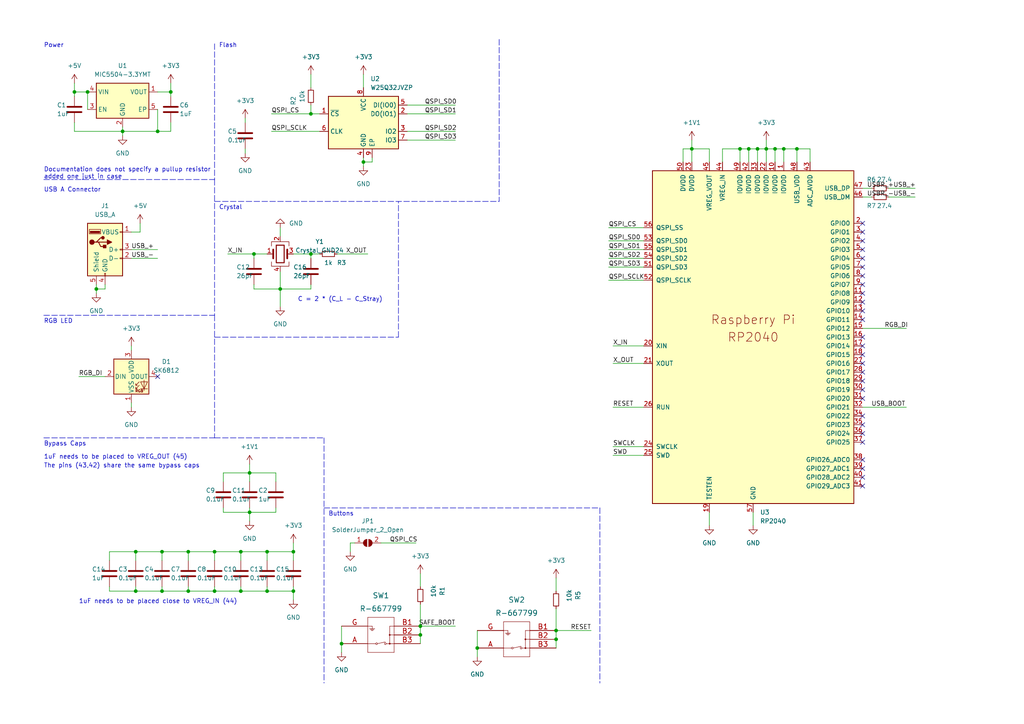
<source format=kicad_sch>
(kicad_sch (version 20211123) (generator eeschema)
  (paper "A4")
  (lib_symbols
    (symbol "2022-04-30_19-21-11:R-667799" (pin_names (offset 0.254) hide)
      (property "Reference" "SW" (at 11.43 7.62 0))
      (property "Value" "R-667799" (at 11.43 5.08 0))
      (symbol "R-667799_1_1"
        (polyline (pts (xy 7.62 -7.62) (xy 15.24 -7.62)) (stroke (width 0.127)))
        (polyline (pts (xy 7.62 0) (xy 8.89 0)) (stroke (width 0.127)))
        (polyline (pts (xy 7.62 2.54) (xy 7.62 -7.62)) (stroke (width 0.127)))
        (polyline (pts (xy 8.382 -1.016) (xy 9.398 -1.016)) (stroke (width 0.127)))
        (polyline (pts (xy 8.636 -1.27) (xy 9.144 -1.27)) (stroke (width 0.127)))
        (polyline (pts (xy 8.89 0) (xy 8.89 -0.762)) (stroke (width 0.127)))
        (polyline (pts (xy 9.652 -0.762) (xy 8.128 -0.762)) (stroke (width 0.127)))
        (polyline (pts (xy 9.906 -5.08) (xy 7.62 -5.08)) (stroke (width 0.127)))
        (polyline (pts (xy 10.414 -5.08) (xy 12.7 -4.572)) (stroke (width 0.127)))
        (polyline (pts (xy 12.954 -5.08) (xy 15.24 -5.08)) (stroke (width 0.127)))
        (polyline (pts (xy 13.97 -5.08) (xy 13.97 0)) (stroke (width 0.127)))
        (polyline (pts (xy 13.97 -2.54) (xy 15.24 -2.54)) (stroke (width 0.127)))
        (polyline (pts (xy 13.97 0) (xy 15.24 0)) (stroke (width 0.127)))
        (polyline (pts (xy 15.24 -7.62) (xy 15.24 2.54)) (stroke (width 0.127)))
        (polyline (pts (xy 15.24 2.54) (xy 7.62 2.54)) (stroke (width 0.127)))
        (arc (start 10.16 -5.334) (mid 10.16 -4.826) (end 10.16 -5.334) (stroke (width 0.127)))
        (circle (center 10.16 -5.08) (radius 0.254) (stroke (width 0.127)))
        (arc (start 12.7 -5.334) (mid 12.7 -4.826) (end 12.7 -5.334) (stroke (width 0.127)))
        (circle (center 12.7 -5.08) (radius 0.254) (stroke (width 0.127)))
        (arc (start 13.97 -5.207) (mid 13.97 -4.953) (end 13.97 -5.207) (stroke (width 0.254)))
        (circle (center 13.97 -5.08) (radius 0.127) (stroke (width 0.254)))
        (arc (start 13.97 -2.667) (mid 13.97 -2.413) (end 13.97 -2.667) (stroke (width 0.254)))
        (circle (center 13.97 -2.54) (radius 0.127) (stroke (width 0.254)))
        (pin unspecified line (at 0 -5.08 0) (length 7.62) (name "A") (number "A"))
        (pin unspecified line (at 22.86 0 180) (length 7.62) (name "B1") (number "B1"))
        (pin unspecified line (at 22.86 -2.54 180) (length 7.62) (name "B2") (number "B2"))
        (pin unspecified line (at 22.86 -5.08 180) (length 7.62) (name "B3") (number "B3"))
        (pin unspecified line (at 0 0 0) (length 7.62) (name "G") (number "G"))
      )
    )
    (symbol "Connector:USB_A" (pin_names (offset 1.016))
      (property "Reference" "J" (at -5.08 11.43 0))
      (property "Value" "USB_A" (at -5.08 8.89 0))
      (symbol "USB_A_0_1"
        (rectangle (start -5.08 -7.62) (end 5.08 7.62) (stroke (width 0.254)) (fill (type background)))
        (circle (center -3.81 2.159) (radius 0.635) (stroke (width 0.254)) (fill (type outline)))
        (rectangle (start -1.524 4.826) (end -4.318 5.334) (fill (type outline)))
        (rectangle (start -1.27 4.572) (end -4.572 5.842))
        (circle (center -0.635 3.429) (radius 0.381) (stroke (width 0.254)) (fill (type outline)))
        (rectangle (start -0.127 -7.62) (end 0.127 -6.858))
        (polyline (pts (xy -3.175 2.159) (xy -2.54 2.159) (xy -1.27 3.429) (xy -0.635 3.429)) (stroke (width 0.254)))
        (polyline (pts (xy -2.54 2.159) (xy -1.905 2.159) (xy -1.27 0.889) (xy 0 0.889)) (stroke (width 0.254)))
        (polyline (pts (xy 0.635 2.794) (xy 0.635 1.524) (xy 1.905 2.159) (xy 0.635 2.794)) (stroke (width 0.254)) (fill (type outline)))
        (rectangle (start 0.254 1.27) (end -0.508 0.508) (stroke (width 0.254)) (fill (type outline)))
        (rectangle (start 5.08 -2.667) (end 4.318 -2.413))
        (rectangle (start 5.08 -0.127) (end 4.318 0.127))
        (rectangle (start 5.08 4.953) (end 4.318 5.207))
      )
      (symbol "USB_A_1_1"
        (polyline (pts (xy -1.905 2.159) (xy 0.635 2.159)) (stroke (width 0.254)))
        (pin power_in line (at 7.62 5.08 180) (length 2.54) (name "VBUS") (number "1"))
        (pin bidirectional line (at 7.62 -2.54 180) (length 2.54) (name "D-") (number "2"))
        (pin bidirectional line (at 7.62 0 180) (length 2.54) (name "D+") (number "3"))
        (pin power_in line (at 0 -10.16 90) (length 2.54) (name "GND") (number "4"))
        (pin passive line (at -2.54 -10.16 90) (length 2.54) (name "Shield") (number "5"))
      )
    )
    (symbol "Device:C" (pin_numbers hide) (pin_names (offset 0.254))
      (property "Reference" "C" (at 0.635 2.54 0))
      (property "Value" "C" (at 0.635 -2.54 0))
      (symbol "C_0_1"
        (polyline (pts (xy -2.032 -0.762) (xy 2.032 -0.762)) (stroke (width 0.508)))
        (polyline (pts (xy -2.032 0.762) (xy 2.032 0.762)) (stroke (width 0.508)))
      )
      (symbol "C_1_1"
        (pin passive line (at 0 3.81 270) (length 2.794) (name "~") (number "1"))
        (pin passive line (at 0 -3.81 90) (length 2.794) (name "~") (number "2"))
      )
    )
    (symbol "Device:Crystal_GND24" (pin_names (offset 1.016) hide)
      (property "Reference" "Y" (at 3.175 5.08 0))
      (property "Value" "Crystal_GND24" (at 3.175 3.175 0))
      (symbol "Crystal_GND24_0_1"
        (rectangle (start -1.143 2.54) (end 1.143 -2.54) (stroke (width 0.3048)))
        (polyline (pts (xy -2.54 0) (xy -2.032 0)))
        (polyline (pts (xy -2.032 -1.27) (xy -2.032 1.27)) (stroke (width 0.508)))
        (polyline (pts (xy 0 -3.81) (xy 0 -3.556)))
        (polyline (pts (xy 0 3.556) (xy 0 3.81)))
        (polyline (pts (xy 2.032 -1.27) (xy 2.032 1.27)) (stroke (width 0.508)))
        (polyline (pts (xy 2.032 0) (xy 2.54 0)))
        (polyline (pts (xy -2.54 -2.286) (xy -2.54 -3.556) (xy 2.54 -3.556) (xy 2.54 -2.286)))
        (polyline (pts (xy -2.54 2.286) (xy -2.54 3.556) (xy 2.54 3.556) (xy 2.54 2.286)))
      )
      (symbol "Crystal_GND24_1_1"
        (pin passive line (at -3.81 0 0) (length 1.27) (name "1") (number "1"))
        (pin passive line (at 0 5.08 270) (length 1.27) (name "2") (number "2"))
        (pin passive line (at 3.81 0 180) (length 1.27) (name "3") (number "3"))
        (pin passive line (at 0 -5.08 90) (length 1.27) (name "4") (number "4"))
      )
    )
    (symbol "Device:R_Small" (pin_numbers hide) (pin_names (offset 0.254) hide)
      (property "Reference" "R" (at 0.762 0.508 0))
      (property "Value" "R_Small" (at 0.762 -1.016 0))
      (symbol "R_Small_0_1"
        (rectangle (start -0.762 1.778) (end 0.762 -1.778) (stroke (width 0.2032)))
      )
      (symbol "R_Small_1_1"
        (pin passive line (at 0 2.54 270) (length 0.762) (name "~") (number "1"))
        (pin passive line (at 0 -2.54 90) (length 0.762) (name "~") (number "2"))
      )
    )
    (symbol "Jumper:SolderJumper_2_Open" (pin_names (offset 0) hide)
      (property "Reference" "JP" (at 0 2.032 0))
      (property "Value" "SolderJumper_2_Open" (at 0 -2.54 0))
      (symbol "SolderJumper_2_Open_0_1"
        (arc (start -0.254 1.016) (mid -1.27 0) (end -0.254 -1.016))
        (arc (start -0.254 1.016) (mid -1.27 0) (end -0.254 -1.016) (fill (type outline)))
        (polyline (pts (xy -0.254 1.016) (xy -0.254 -1.016)))
        (polyline (pts (xy 0.254 1.016) (xy 0.254 -1.016)))
        (arc (start 0.254 -1.016) (mid 1.27 0) (end 0.254 1.016))
        (arc (start 0.254 -1.016) (mid 1.27 0) (end 0.254 1.016) (fill (type outline)))
      )
      (symbol "SolderJumper_2_Open_1_1"
        (pin passive line (at -3.81 0 0) (length 2.54) (name "A") (number "1"))
        (pin passive line (at 3.81 0 180) (length 2.54) (name "B") (number "2"))
      )
    )
    (symbol "LED:SK6812" (pin_names (offset 0.254))
      (property "Reference" "D" (at 5.08 5.715 0))
      (property "Value" "SK6812" (at 1.27 -5.715 0))
      (symbol "SK6812_0_0"
        (text "RGB" (at 2.286 -4.191 0) (effects (font (size 0.762 0.762))))
      )
      (symbol "SK6812_0_1"
        (polyline (pts (xy 1.27 -3.556) (xy 1.778 -3.556)))
        (polyline (pts (xy 1.27 -2.54) (xy 1.778 -2.54)))
        (polyline (pts (xy 4.699 -3.556) (xy 2.667 -3.556)))
        (polyline (pts (xy 2.286 -2.54) (xy 1.27 -3.556) (xy 1.27 -3.048)))
        (polyline (pts (xy 2.286 -1.524) (xy 1.27 -2.54) (xy 1.27 -2.032)))
        (polyline (pts (xy 3.683 -1.016) (xy 3.683 -3.556) (xy 3.683 -4.064)))
        (polyline (pts (xy 4.699 -1.524) (xy 2.667 -1.524) (xy 3.683 -3.556) (xy 4.699 -1.524)))
        (rectangle (start 5.08 5.08) (end -5.08 -5.08) (stroke (width 0.254)) (fill (type background)))
      )
      (symbol "SK6812_1_1"
        (pin power_in line (at 0 -7.62 90) (length 2.54) (name "VSS") (number "1"))
        (pin input line (at -7.62 0 0) (length 2.54) (name "DIN") (number "2"))
        (pin power_in line (at 0 7.62 270) (length 2.54) (name "VDD") (number "3"))
        (pin output line (at 7.62 0 180) (length 2.54) (name "DOUT") (number "4"))
      )
    )
    (symbol "MCU_RaspberryPi_RP2040:RP2040" (pin_names (offset 1.016))
      (property "Reference" "U" (at -29.21 49.53 0))
      (property "Value" "RP2040" (at 24.13 -49.53 0))
      (symbol "RP2040_0_0"
        (text "Raspberry Pi" (at 0 5.08 0) (effects (font (size 2.54 2.54))))
        (text "RP2040" (at 0 0 0) (effects (font (size 2.54 2.54))))
      )
      (symbol "RP2040_0_1"
        (rectangle (start 29.21 48.26) (end -29.21 -48.26) (stroke (width 0.254)) (fill (type background)))
      )
      (symbol "RP2040_1_1"
        (pin power_in line (at 8.89 50.8 270) (length 2.54) (name "IOVDD") (number "1"))
        (pin power_in line (at 6.35 50.8 270) (length 2.54) (name "IOVDD") (number "10"))
        (pin bidirectional line (at 31.75 12.7 180) (length 2.54) (name "GPIO8") (number "11"))
        (pin bidirectional line (at 31.75 10.16 180) (length 2.54) (name "GPIO9") (number "12"))
        (pin bidirectional line (at 31.75 7.62 180) (length 2.54) (name "GPIO10") (number "13"))
        (pin bidirectional line (at 31.75 5.08 180) (length 2.54) (name "GPIO11") (number "14"))
        (pin bidirectional line (at 31.75 2.54 180) (length 2.54) (name "GPIO12") (number "15"))
        (pin bidirectional line (at 31.75 0 180) (length 2.54) (name "GPIO13") (number "16"))
        (pin bidirectional line (at 31.75 -2.54 180) (length 2.54) (name "GPIO14") (number "17"))
        (pin bidirectional line (at 31.75 -5.08 180) (length 2.54) (name "GPIO15") (number "18"))
        (pin passive line (at -12.7 -50.8 90) (length 2.54) (name "TESTEN") (number "19"))
        (pin bidirectional line (at 31.75 33.02 180) (length 2.54) (name "GPIO0") (number "2"))
        (pin input line (at -31.75 -2.54 0) (length 2.54) (name "XIN") (number "20"))
        (pin passive line (at -31.75 -7.62 0) (length 2.54) (name "XOUT") (number "21"))
        (pin power_in line (at 3.81 50.8 270) (length 2.54) (name "IOVDD") (number "22"))
        (pin power_in line (at -17.78 50.8 270) (length 2.54) (name "DVDD") (number "23"))
        (pin output line (at -31.75 -31.75 0) (length 2.54) (name "SWCLK") (number "24"))
        (pin bidirectional line (at -31.75 -34.29 0) (length 2.54) (name "SWD") (number "25"))
        (pin input line (at -31.75 -20.32 0) (length 2.54) (name "RUN") (number "26"))
        (pin bidirectional line (at 31.75 -7.62 180) (length 2.54) (name "GPIO16") (number "27"))
        (pin bidirectional line (at 31.75 -10.16 180) (length 2.54) (name "GPIO17") (number "28"))
        (pin bidirectional line (at 31.75 -12.7 180) (length 2.54) (name "GPIO18") (number "29"))
        (pin bidirectional line (at 31.75 30.48 180) (length 2.54) (name "GPIO1") (number "3"))
        (pin bidirectional line (at 31.75 -15.24 180) (length 2.54) (name "GPIO19") (number "30"))
        (pin bidirectional line (at 31.75 -17.78 180) (length 2.54) (name "GPIO20") (number "31"))
        (pin bidirectional line (at 31.75 -20.32 180) (length 2.54) (name "GPIO21") (number "32"))
        (pin power_in line (at 1.27 50.8 270) (length 2.54) (name "IOVDD") (number "33"))
        (pin bidirectional line (at 31.75 -22.86 180) (length 2.54) (name "GPIO22") (number "34"))
        (pin bidirectional line (at 31.75 -25.4 180) (length 2.54) (name "GPIO23") (number "35"))
        (pin bidirectional line (at 31.75 -27.94 180) (length 2.54) (name "GPIO24") (number "36"))
        (pin bidirectional line (at 31.75 -30.48 180) (length 2.54) (name "GPIO25") (number "37"))
        (pin bidirectional line (at 31.75 -35.56 180) (length 2.54) (name "GPIO26_ADC0") (number "38"))
        (pin bidirectional line (at 31.75 -38.1 180) (length 2.54) (name "GPIO27_ADC1") (number "39"))
        (pin bidirectional line (at 31.75 27.94 180) (length 2.54) (name "GPIO2") (number "4"))
        (pin bidirectional line (at 31.75 -40.64 180) (length 2.54) (name "GPIO28_ADC2") (number "40"))
        (pin bidirectional line (at 31.75 -43.18 180) (length 2.54) (name "GPIO29_ADC3") (number "41"))
        (pin power_in line (at -1.27 50.8 270) (length 2.54) (name "IOVDD") (number "42"))
        (pin power_in line (at 16.51 50.8 270) (length 2.54) (name "ADC_AVDD") (number "43"))
        (pin power_in line (at -8.89 50.8 270) (length 2.54) (name "VREG_IN") (number "44"))
        (pin power_out line (at -12.7 50.8 270) (length 2.54) (name "VREG_VOUT") (number "45"))
        (pin bidirectional line (at 31.75 40.64 180) (length 2.54) (name "USB_DM") (number "46"))
        (pin bidirectional line (at 31.75 43.18 180) (length 2.54) (name "USB_DP") (number "47"))
        (pin power_in line (at 12.7 50.8 270) (length 2.54) (name "USB_VDD") (number "48"))
        (pin power_in line (at -3.81 50.8 270) (length 2.54) (name "IOVDD") (number "49"))
        (pin bidirectional line (at 31.75 25.4 180) (length 2.54) (name "GPIO3") (number "5"))
        (pin power_in line (at -20.32 50.8 270) (length 2.54) (name "DVDD") (number "50"))
        (pin bidirectional line (at -31.75 20.32 0) (length 2.54) (name "QSPI_SD3") (number "51"))
        (pin output line (at -31.75 16.51 0) (length 2.54) (name "QSPI_SCLK") (number "52"))
        (pin bidirectional line (at -31.75 27.94 0) (length 2.54) (name "QSPI_SD0") (number "53"))
        (pin bidirectional line (at -31.75 22.86 0) (length 2.54) (name "QSPI_SD2") (number "54"))
        (pin bidirectional line (at -31.75 25.4 0) (length 2.54) (name "QSPI_SD1") (number "55"))
        (pin bidirectional line (at -31.75 31.75 0) (length 2.54) (name "QSPI_SS") (number "56"))
        (pin power_in line (at 0 -50.8 90) (length 2.54) (name "GND") (number "57"))
        (pin bidirectional line (at 31.75 22.86 180) (length 2.54) (name "GPIO4") (number "6"))
        (pin bidirectional line (at 31.75 20.32 180) (length 2.54) (name "GPIO5") (number "7"))
        (pin bidirectional line (at 31.75 17.78 180) (length 2.54) (name "GPIO6") (number "8"))
        (pin bidirectional line (at 31.75 15.24 180) (length 2.54) (name "GPIO7") (number "9"))
      )
    )
    (symbol "MIC5504:MIC5504-3.3YMT"
      (property "Reference" "U" (at -7.62 8.89 0))
      (property "Value" "MIC5504-3.3YMT" (at -7.62 6.35 0))
      (symbol "MIC5504-3.3YMT_0_1"
        (rectangle (start -7.62 -5.08) (end 7.62 5.08) (stroke (width 0.254)) (fill (type background)))
      )
      (symbol "MIC5504-3.3YMT_1_1"
        (pin power_out line (at 10.16 2.54 180) (length 2.54) (name "VOUT") (number "1"))
        (pin power_in line (at 0 -7.62 90) (length 2.54) (name "GND") (number "2"))
        (pin input line (at -10.16 -2.54 0) (length 2.54) (name "EN") (number "3"))
        (pin power_in line (at -10.16 2.54 0) (length 2.54) (name "VIN") (number "4"))
        (pin power_out line (at 10.16 -2.54 180) (length 2.54) (name "EP") (number "5"))
      )
    )
    (symbol "Memory_Flash:W25Q32JVZP"
      (property "Reference" "U" (at -8.89 8.89 0))
      (property "Value" "W25Q32JVZP" (at 7.62 8.89 0))
      (symbol "W25Q32JVZP_0_1"
        (rectangle (start -10.16 7.62) (end 10.16 -7.62) (stroke (width 0.254)) (fill (type background)))
      )
      (symbol "W25Q32JVZP_1_1"
        (pin input line (at -12.7 2.54 0) (length 2.54) (name "~{CS}") (number "1"))
        (pin bidirectional line (at 12.7 2.54 180) (length 2.54) (name "DO(IO1)") (number "2"))
        (pin bidirectional line (at 12.7 -2.54 180) (length 2.54) (name "IO2") (number "3"))
        (pin power_in line (at 0 -10.16 90) (length 2.54) (name "GND") (number "4"))
        (pin bidirectional line (at 12.7 5.08 180) (length 2.54) (name "DI(IO0)") (number "5"))
        (pin input line (at -12.7 -2.54 0) (length 2.54) (name "CLK") (number "6"))
        (pin bidirectional line (at 12.7 -5.08 180) (length 2.54) (name "IO3") (number "7"))
        (pin power_in line (at 0 10.16 270) (length 2.54) (name "VCC") (number "8"))
        (pin passive line (at 2.54 -10.16 90) (length 2.54) (name "EP") (number "9"))
      )
    )
    (symbol "power:+1V1" (power) (pin_names (offset 0))
      (property "Value" "+1V1" (at 0 3.556 0))
      (symbol "+1V1_0_1"
        (polyline (pts (xy -0.762 1.27) (xy 0 2.54)))
        (polyline (pts (xy 0 0) (xy 0 2.54)))
        (polyline (pts (xy 0 2.54) (xy 0.762 1.27)))
      )
      (symbol "+1V1_1_1"
        (pin power_in line (at 0 0 90) (length 0) hide (name "+1V1") (number "1"))
      )
    )
    (symbol "power:+3V3" (power) (pin_names (offset 0))
      (property "Value" "+3V3" (at 0 3.556 0))
      (symbol "+3V3_0_1"
        (polyline (pts (xy -0.762 1.27) (xy 0 2.54)))
        (polyline (pts (xy 0 0) (xy 0 2.54)))
        (polyline (pts (xy 0 2.54) (xy 0.762 1.27)))
      )
      (symbol "+3V3_1_1"
        (pin power_in line (at 0 0 90) (length 0) hide (name "+3V3") (number "1"))
      )
    )
    (symbol "power:+5V" (power) (pin_names (offset 0))
      (property "Value" "+5V" (at 0 3.556 0))
      (symbol "+5V_0_1"
        (polyline (pts (xy -0.762 1.27) (xy 0 2.54)))
        (polyline (pts (xy 0 0) (xy 0 2.54)))
        (polyline (pts (xy 0 2.54) (xy 0.762 1.27)))
      )
      (symbol "+5V_1_1"
        (pin power_in line (at 0 0 90) (length 0) hide (name "+5V") (number "1"))
      )
    )
    (symbol "power:GND" (power) (pin_names (offset 0))
      (property "Value" "GND" (at 0 -3.81 0))
      (symbol "GND_0_1"
        (polyline (pts (xy 0 0) (xy 0 -1.27) (xy 1.27 -1.27) (xy 0 -2.54) (xy -1.27 -1.27) (xy 0 -1.27)))
      )
      (symbol "GND_1_1"
        (pin power_in line (at 0 0 270) (length 0) hide (name "GND") (number "1"))
      )
    )
  )
  (junction (at 62.23 160.02))
  (junction (at 72.39 137.16))
  (junction (at 62.23 171.45))
  (junction (at 77.47 160.02))
  (junction (at 81.28 83.82))
  (junction (at 35.56 38.1))
  (junction (at 90.17 73.66))
  (junction (at 54.61 160.02))
  (junction (at 54.61 171.45))
  (junction (at 227.33 43.18))
  (junction (at 39.37 160.02))
  (junction (at 27.94 83.82))
  (junction (at 77.47 171.45))
  (junction (at 105.41 46.99))
  (junction (at 214.63 43.18))
  (junction (at 90.17 33.02))
  (junction (at 73.66 73.66))
  (junction (at 72.39 148.59))
  (junction (at 25.4 26.67))
  (junction (at 161.29 185.42))
  (junction (at 200.66 43.18))
  (junction (at 224.79 43.18))
  (junction (at 46.99 160.02))
  (junction (at 161.29 182.88))
  (junction (at 45.72 38.1))
  (junction (at 85.09 171.45))
  (junction (at 85.09 160.02))
  (junction (at 39.37 171.45))
  (junction (at 49.53 26.67))
  (junction (at 222.25 43.18))
  (junction (at 138.43 187.96))
  (junction (at 69.85 160.02))
  (junction (at 99.06 186.69))
  (junction (at 121.92 181.61))
  (junction (at 46.99 171.45))
  (junction (at 21.59 26.67))
  (junction (at 121.92 184.15))
  (junction (at 231.14 43.18))
  (junction (at 219.71 43.18))
  (junction (at 69.85 171.45))
  (junction (at 217.17 43.18))
  (no_connect (at 250.19 105.41))
  (no_connect (at 250.19 87.63))
  (no_connect (at 250.19 90.17))
  (no_connect (at 250.19 64.77))
  (no_connect (at 250.19 67.31))
  (no_connect (at 250.19 69.85))
  (no_connect (at 250.19 72.39))
  (no_connect (at 250.19 74.93))
  (no_connect (at 250.19 77.47))
  (no_connect (at 250.19 80.01))
  (no_connect (at 250.19 82.55))
  (no_connect (at 250.19 85.09))
  (no_connect (at 45.72 109.22))
  (no_connect (at 250.19 123.19))
  (no_connect (at 250.19 125.73))
  (no_connect (at 250.19 128.27))
  (no_connect (at 250.19 133.35))
  (no_connect (at 250.19 135.89))
  (no_connect (at 250.19 138.43))
  (no_connect (at 250.19 140.97))
  (no_connect (at 250.19 113.03))
  (no_connect (at 250.19 115.57))
  (no_connect (at 250.19 120.65))
  (no_connect (at 250.19 92.71))
  (no_connect (at 250.19 97.79))
  (no_connect (at 250.19 100.33))
  (no_connect (at 250.19 102.87))
  (no_connect (at 250.19 110.49))
  (no_connect (at 250.19 107.95))
  (wire (pts (xy 35.56 36.83) (xy 35.56 38.1)))
  (wire (pts (xy 118.11 40.64) (xy 132.08 40.64)))
  (wire (pts (xy 250.19 54.61) (xy 252.73 54.61)))
  (wire (pts (xy 27.94 83.82) (xy 30.48 83.82)))
  (wire (pts (xy 39.37 160.02) (xy 46.99 160.02)))
  (polyline (pts (xy 62.23 58.42) (xy 144.78 58.42)))
  (wire (pts (xy 77.47 171.45) (xy 69.85 171.45)))
  (wire (pts (xy 49.53 38.1) (xy 45.72 38.1)))
  (wire (pts (xy 121.92 166.37) (xy 121.92 170.18)))
  (wire (pts (xy 38.1 116.84) (xy 38.1 118.11)))
  (polyline (pts (xy 115.57 97.79) (xy 115.57 58.42)))
  (wire (pts (xy 161.29 176.53) (xy 161.29 182.88)))
  (polyline (pts (xy 62.23 52.07) (xy 62.23 91.44)))
  (wire (pts (xy 105.41 46.99) (xy 105.41 48.26)))
  (wire (pts (xy 90.17 33.02) (xy 92.71 33.02)))
  (wire (pts (xy 49.53 26.67) (xy 49.53 27.94)))
  (wire (pts (xy 72.39 148.59) (xy 72.39 147.32)))
  (wire (pts (xy 176.53 69.85) (xy 186.69 69.85)))
  (wire (pts (xy 35.56 38.1) (xy 35.56 39.37)))
  (wire (pts (xy 85.09 171.45) (xy 85.09 173.99)))
  (wire (pts (xy 90.17 30.48) (xy 90.17 33.02)))
  (wire (pts (xy 77.47 160.02) (xy 85.09 160.02)))
  (polyline (pts (xy 93.98 147.32) (xy 173.99 147.32)))
  (wire (pts (xy 227.33 46.99) (xy 227.33 43.18)))
  (wire (pts (xy 177.8 132.08) (xy 186.69 132.08)))
  (wire (pts (xy 138.43 187.96) (xy 138.43 190.5)))
  (wire (pts (xy 73.66 83.82) (xy 81.28 83.82)))
  (wire (pts (xy 121.92 184.15) (xy 121.92 186.69)))
  (wire (pts (xy 219.71 46.99) (xy 219.71 43.18)))
  (polyline (pts (xy 12.7 52.07) (xy 62.23 52.07)))
  (wire (pts (xy 31.75 160.02) (xy 31.75 162.56)))
  (wire (pts (xy 45.72 38.1) (xy 35.56 38.1)))
  (wire (pts (xy 177.8 118.11) (xy 186.69 118.11)))
  (wire (pts (xy 85.09 157.48) (xy 85.09 160.02)))
  (wire (pts (xy 27.94 83.82) (xy 27.94 85.09)))
  (wire (pts (xy 105.41 46.99) (xy 107.95 46.99)))
  (wire (pts (xy 46.99 160.02) (xy 46.99 162.56)))
  (wire (pts (xy 209.55 43.18) (xy 214.63 43.18)))
  (wire (pts (xy 257.81 54.61) (xy 265.43 54.61)))
  (wire (pts (xy 77.47 160.02) (xy 77.47 162.56)))
  (wire (pts (xy 62.23 160.02) (xy 69.85 160.02)))
  (wire (pts (xy 218.44 148.59) (xy 218.44 152.4)))
  (polyline (pts (xy 62.23 127) (xy 93.98 127)))
  (wire (pts (xy 38.1 72.39) (xy 45.72 72.39)))
  (wire (pts (xy 45.72 31.75) (xy 45.72 38.1)))
  (wire (pts (xy 85.09 170.18) (xy 85.09 171.45)))
  (wire (pts (xy 231.14 46.99) (xy 231.14 43.18)))
  (wire (pts (xy 72.39 137.16) (xy 72.39 134.62)))
  (wire (pts (xy 97.79 73.66) (xy 106.68 73.66)))
  (wire (pts (xy 73.66 82.55) (xy 73.66 83.82)))
  (wire (pts (xy 161.29 185.42) (xy 161.29 187.96)))
  (polyline (pts (xy 62.23 46.99) (xy 62.23 52.07)))
  (wire (pts (xy 69.85 171.45) (xy 62.23 171.45)))
  (wire (pts (xy 205.74 46.99) (xy 205.74 43.18)))
  (wire (pts (xy 217.17 43.18) (xy 219.71 43.18)))
  (wire (pts (xy 85.09 171.45) (xy 77.47 171.45)))
  (wire (pts (xy 90.17 73.66) (xy 90.17 74.93)))
  (wire (pts (xy 78.74 38.1) (xy 92.71 38.1)))
  (wire (pts (xy 101.6 157.48) (xy 101.6 160.02)))
  (wire (pts (xy 118.11 38.1) (xy 132.08 38.1)))
  (wire (pts (xy 21.59 35.56) (xy 21.59 38.1)))
  (wire (pts (xy 64.77 148.59) (xy 72.39 148.59)))
  (wire (pts (xy 231.14 43.18) (xy 234.95 43.18)))
  (wire (pts (xy 39.37 171.45) (xy 31.75 171.45)))
  (wire (pts (xy 71.12 35.56) (xy 71.12 34.29)))
  (wire (pts (xy 200.66 46.99) (xy 200.66 43.18)))
  (wire (pts (xy 38.1 74.93) (xy 45.72 74.93)))
  (wire (pts (xy 99.06 181.61) (xy 99.06 186.69)))
  (wire (pts (xy 138.43 182.88) (xy 138.43 187.96)))
  (wire (pts (xy 214.63 43.18) (xy 217.17 43.18)))
  (wire (pts (xy 54.61 160.02) (xy 62.23 160.02)))
  (wire (pts (xy 46.99 171.45) (xy 54.61 171.45)))
  (wire (pts (xy 54.61 160.02) (xy 54.61 162.56)))
  (wire (pts (xy 222.25 43.18) (xy 224.79 43.18)))
  (polyline (pts (xy 144.78 11.43) (xy 144.78 58.42)))
  (wire (pts (xy 69.85 160.02) (xy 69.85 162.56)))
  (wire (pts (xy 177.8 105.41) (xy 186.69 105.41)))
  (wire (pts (xy 121.92 175.26) (xy 121.92 181.61)))
  (wire (pts (xy 90.17 83.82) (xy 90.17 82.55)))
  (wire (pts (xy 80.01 137.16) (xy 80.01 139.7)))
  (wire (pts (xy 49.53 24.13) (xy 49.53 26.67)))
  (wire (pts (xy 177.8 100.33) (xy 186.69 100.33)))
  (wire (pts (xy 64.77 139.7) (xy 64.77 137.16)))
  (wire (pts (xy 81.28 88.9) (xy 81.28 83.82)))
  (polyline (pts (xy 12.7 91.44) (xy 62.23 91.44)))
  (wire (pts (xy 81.28 83.82) (xy 81.28 78.74)))
  (wire (pts (xy 99.06 186.69) (xy 99.06 189.23)))
  (wire (pts (xy 107.95 46.99) (xy 107.95 45.72)))
  (wire (pts (xy 38.1 67.31) (xy 40.64 67.31)))
  (wire (pts (xy 118.11 30.48) (xy 132.08 30.48)))
  (wire (pts (xy 78.74 33.02) (xy 90.17 33.02)))
  (polyline (pts (xy 62.23 12.7) (xy 62.23 46.99)))
  (wire (pts (xy 64.77 137.16) (xy 72.39 137.16)))
  (wire (pts (xy 102.87 157.48) (xy 101.6 157.48)))
  (wire (pts (xy 49.53 35.56) (xy 49.53 38.1)))
  (wire (pts (xy 110.49 157.48) (xy 120.65 157.48)))
  (wire (pts (xy 69.85 170.18) (xy 69.85 171.45)))
  (wire (pts (xy 64.77 147.32) (xy 64.77 148.59)))
  (wire (pts (xy 217.17 46.99) (xy 217.17 43.18)))
  (wire (pts (xy 27.94 82.55) (xy 27.94 83.82)))
  (wire (pts (xy 176.53 81.28) (xy 186.69 81.28)))
  (wire (pts (xy 219.71 43.18) (xy 222.25 43.18)))
  (wire (pts (xy 85.09 160.02) (xy 85.09 162.56)))
  (wire (pts (xy 176.53 77.47) (xy 186.69 77.47)))
  (wire (pts (xy 161.29 182.88) (xy 171.45 182.88)))
  (wire (pts (xy 25.4 26.67) (xy 25.4 31.75)))
  (wire (pts (xy 45.72 26.67) (xy 49.53 26.67)))
  (wire (pts (xy 118.11 33.02) (xy 132.08 33.02)))
  (wire (pts (xy 72.39 137.16) (xy 72.39 139.7)))
  (wire (pts (xy 250.19 95.25) (xy 262.89 95.25)))
  (wire (pts (xy 62.23 171.45) (xy 54.61 171.45)))
  (wire (pts (xy 31.75 160.02) (xy 39.37 160.02)))
  (wire (pts (xy 205.74 43.18) (xy 200.66 43.18)))
  (wire (pts (xy 176.53 74.93) (xy 186.69 74.93)))
  (wire (pts (xy 39.37 170.18) (xy 39.37 171.45)))
  (polyline (pts (xy 173.99 147.32) (xy 173.99 198.12)))
  (wire (pts (xy 22.86 109.22) (xy 30.48 109.22)))
  (wire (pts (xy 121.92 181.61) (xy 132.08 181.61)))
  (wire (pts (xy 39.37 160.02) (xy 39.37 162.56)))
  (wire (pts (xy 46.99 171.45) (xy 39.37 171.45)))
  (wire (pts (xy 30.48 83.82) (xy 30.48 82.55)))
  (wire (pts (xy 90.17 25.4) (xy 90.17 21.59)))
  (wire (pts (xy 198.12 43.18) (xy 198.12 46.99)))
  (wire (pts (xy 73.66 74.93) (xy 73.66 73.66)))
  (wire (pts (xy 80.01 147.32) (xy 80.01 148.59)))
  (wire (pts (xy 121.92 181.61) (xy 121.92 184.15)))
  (wire (pts (xy 85.09 73.66) (xy 90.17 73.66)))
  (wire (pts (xy 62.23 160.02) (xy 62.23 162.56)))
  (polyline (pts (xy 93.98 127) (xy 93.98 198.12)))
  (wire (pts (xy 222.25 46.99) (xy 222.25 43.18)))
  (wire (pts (xy 205.74 148.59) (xy 205.74 152.4)))
  (wire (pts (xy 105.41 21.59) (xy 105.41 25.4)))
  (wire (pts (xy 257.81 57.15) (xy 265.43 57.15)))
  (wire (pts (xy 72.39 137.16) (xy 80.01 137.16)))
  (wire (pts (xy 176.53 66.04) (xy 186.69 66.04)))
  (wire (pts (xy 21.59 26.67) (xy 25.4 26.67)))
  (wire (pts (xy 21.59 27.94) (xy 21.59 26.67)))
  (wire (pts (xy 69.85 160.02) (xy 77.47 160.02)))
  (wire (pts (xy 62.23 170.18) (xy 62.23 171.45)))
  (wire (pts (xy 81.28 83.82) (xy 90.17 83.82)))
  (wire (pts (xy 21.59 24.13) (xy 21.59 26.67)))
  (wire (pts (xy 21.59 38.1) (xy 35.56 38.1)))
  (polyline (pts (xy 62.23 91.44) (xy 62.23 127)))
  (wire (pts (xy 81.28 66.04) (xy 81.28 68.58)))
  (wire (pts (xy 177.8 129.54) (xy 186.69 129.54)))
  (wire (pts (xy 224.79 43.18) (xy 227.33 43.18)))
  (wire (pts (xy 31.75 170.18) (xy 31.75 171.45)))
  (wire (pts (xy 72.39 151.13) (xy 72.39 148.59)))
  (wire (pts (xy 222.25 40.64) (xy 222.25 43.18)))
  (wire (pts (xy 200.66 40.64) (xy 200.66 43.18)))
  (polyline (pts (xy 62.23 97.79) (xy 115.57 97.79)))
  (wire (pts (xy 90.17 73.66) (xy 92.71 73.66)))
  (wire (pts (xy 46.99 171.45) (xy 46.99 170.18)))
  (wire (pts (xy 80.01 148.59) (xy 72.39 148.59)))
  (wire (pts (xy 161.29 167.64) (xy 161.29 171.45)))
  (wire (pts (xy 66.04 73.66) (xy 73.66 73.66)))
  (wire (pts (xy 224.79 46.99) (xy 224.79 43.18)))
  (wire (pts (xy 77.47 170.18) (xy 77.47 171.45)))
  (wire (pts (xy 250.19 57.15) (xy 252.73 57.15)))
  (wire (pts (xy 227.33 43.18) (xy 231.14 43.18)))
  (wire (pts (xy 176.53 72.39) (xy 186.69 72.39)))
  (wire (pts (xy 200.66 43.18) (xy 198.12 43.18)))
  (wire (pts (xy 250.19 118.11) (xy 262.89 118.11)))
  (wire (pts (xy 214.63 46.99) (xy 214.63 43.18)))
  (wire (pts (xy 71.12 43.18) (xy 71.12 44.45)))
  (wire (pts (xy 73.66 73.66) (xy 77.47 73.66)))
  (wire (pts (xy 105.41 45.72) (xy 105.41 46.99)))
  (polyline (pts (xy 12.7 127) (xy 62.23 127)))
  (wire (pts (xy 40.64 67.31) (xy 40.64 64.77)))
  (wire (pts (xy 209.55 46.99) (xy 209.55 43.18)))
  (wire (pts (xy 46.99 160.02) (xy 54.61 160.02)))
  (wire (pts (xy 54.61 170.18) (xy 54.61 171.45)))
  (wire (pts (xy 38.1 101.6) (xy 38.1 100.33)))
  (wire (pts (xy 234.95 43.18) (xy 234.95 46.99)))
  (wire (pts (xy 161.29 182.88) (xy 161.29 185.42)))
  (text "Bypass Caps" (at 12.7 129.54 0) (effects (font (size 1.27 1.27)) (justify left bottom)))
  (text "Buttons" (at 95.25 149.86 0) (effects (font (size 1.27 1.27)) (justify left bottom)))
  (text "Crystal" (at 63.5 60.96 0) (effects (font (size 1.27 1.27)) (justify left bottom)))
  (text "C = 2 * (C_L - C_Stray)" (at 86.36 87.63 0) (effects (font (size 1.27 1.27)) (justify left bottom)))
  (text "1uF needs to be placed to VREG_OUT (45)" (at 12.7 133.35 0) (effects (font (size 1.27 1.27)) (justify left bottom)))
  (text "Power" (at 12.7 13.97 0) (effects (font (size 1.27 1.27)) (justify left bottom)))
  (text "1uF needs to be placed close to VREG_IN (44)" (at 22.86 175.26 0) (effects (font (size 1.27 1.27)) (justify left bottom)))
  (text "Documentation does not specify a pullup resistor\nadded one just in case" (at 12.7 52.07 0) (effects (font (size 1.27 1.27)) (justify left bottom)))
  (text "The pins (43,42) share the same bypass caps" (at 12.7 135.89 0) (effects (font (size 1.27 1.27)) (justify left bottom)))
  (text "Flash" (at 63.5 13.97 0) (effects (font (size 1.27 1.27)) (justify left bottom)))
  (text "USB A Connector" (at 12.7 55.88 0) (effects (font (size 1.27 1.27)) (justify left bottom)))
  (text "RGB LED" (at 12.7 93.98 0) (effects (font (size 1.27 1.27)) (justify left bottom)))
  (label "QSPI_SD1" (at 123.19 33.02 0))
  (label "SWCLK" (at 177.8 129.54 0))
  (label "RESET" (at 171.45 182.88 180))
  (label "USB_+" (at 38.1 72.39 0))
  (label "X_OUT" (at 100.33 73.66 0))
  (label "QSPI_CS" (at 78.74 33.02 0))
  (label "QSPI_SD1" (at 176.53 72.39 0))
  (label "SWD" (at 177.8 132.08 0))
  (label "QSPI_SD0" (at 176.53 69.85 0))
  (label "USBR_-" (at 251.46 57.15 0))
  (label "QSPI_SD2" (at 123.19 38.1 0))
  (label "QSPI_SD2" (at 176.53 74.93 0))
  (label "USB_-" (at 259.08 57.15 0))
  (label "USB_+" (at 259.08 54.61 0))
  (label "USBR_+" (at 251.46 54.61 0))
  (label "QSPI_CS" (at 176.53 66.04 0))
  (label "X_IN" (at 177.8 100.33 0))
  (label "QSPI_SD3" (at 123.19 40.64 0))
  (label "RGB_DI" (at 256.54 95.25 0))
  (label "RGB_DI" (at 22.86 109.22 0))
  (label "USB_BOOT" (at 252.73 118.11 0))
  (label "QSPI_SD0" (at 123.19 30.48 0))
  (label "QSPI_SCLK" (at 78.74 38.1 0))
  (label "X_OUT" (at 177.8 105.41 0))
  (label "X_IN" (at 66.04 73.66 0))
  (label "SAFE_BOOT" (at 132.08 181.61 180))
  (label "QSPI_SCLK" (at 176.53 81.28 0))
  (label "RESET" (at 177.8 118.11 0))
  (label "QSPI_CS" (at 113.03 157.48 0))
  (label "QSPI_SD3" (at 176.53 77.47 0))
  (label "USB_-" (at 38.1 74.93 0))
  (symbol (lib_id "power:+3V3") (at 49.53 24.13 0) (unit 1)
    (property "Reference" "#PWR0101" (effects hide))
    (property "Value" "+3V3" (at 49.53 19.05 0))
  )
  (symbol (lib_id "Device:R_Small") (at 121.92 172.72 0) (unit 1)
    (property "Reference" "R1" (at 128.27 171.45 90))
    (property "Value" "10k" (at 125.73 171.45 90))
    (property "Footprint" "Resistor_SMD:R_0402_1005Metric" (effects hide))
  )
  (symbol (lib_id "power:+1V1") (at 200.66 40.64 0) (unit 1)
    (property "Reference" "#PWR0115" (effects hide))
    (property "Value" "+1V1" (at 200.66 35.56 0))
  )
  (symbol (lib_id "power:GND") (at 35.56 39.37 0) (unit 1)
    (property "Reference" "#PWR0103" (effects hide))
    (property "Value" "GND" (at 35.56 44.45 0))
  )
  (symbol (lib_id "power:+3V3") (at 105.41 21.59 0) (unit 1)
    (property "Reference" "#PWR0104" (effects hide))
    (property "Value" "+3V3" (at 105.41 16.51 0))
  )
  (symbol (lib_id "power:GND") (at 105.41 48.26 0) (unit 1)
    (property "Reference" "#PWR0105" (effects hide))
    (property "Value" "GND" (at 105.41 53.34 0))
  )
  (symbol (lib_id "Device:R_Small") (at 95.25 73.66 90) (unit 1)
    (property "Reference" "R3" (at 99.06 76.2 90))
    (property "Value" "1k" (at 95.25 76.2 90))
    (property "Footprint" "Resistor_SMD:R_0402_1005Metric" (effects hide))
  )
  (symbol (lib_id "power:GND") (at 205.74 152.4 0) (unit 1)
    (property "Reference" "#PWR0121" (effects hide))
    (property "Value" "GND" (at 205.74 157.48 0))
  )
  (symbol (lib_id "Device:C") (at 90.17 78.74 180) (unit 1)
    (property "Reference" "C16" (at 85.09 77.47 0) (effects (justify right)))
    (property "Value" "26pF" (at 85.09 80.01 0) (effects (justify right)))
    (property "Footprint" "Capacitor_SMD:C_0402_1005Metric" (effects hide))
  )
  (symbol (lib_id "Device:C") (at 46.99 166.37 180) (unit 1)
    (property "Reference" "C4" (at 41.91 165.1 0) (effects (justify right)))
    (property "Value" "0.1uF" (at 41.91 167.64 0) (effects (justify right)))
    (property "Footprint" "Capacitor_SMD:C_0201_0603Metric" (effects hide))
  )
  (symbol (lib_id "Device:C") (at 54.61 166.37 180) (unit 1)
    (property "Reference" "C7" (at 49.53 165.1 0) (effects (justify right)))
    (property "Value" "0.1uF" (at 49.53 167.64 0) (effects (justify right)))
    (property "Footprint" "Capacitor_SMD:C_0201_0603Metric" (effects hide))
  )
  (symbol (lib_id "Device:C") (at 49.53 31.75 180) (unit 1)
    (property "Reference" "C6" (at 52.07 30.48 0) (effects (justify right)))
    (property "Value" "1uF" (at 52.07 33.02 0) (effects (justify right)))
    (property "Footprint" "Capacitor_SMD:C_0402_1005Metric" (effects hide))
  )
  (symbol (lib_id "MIC5504:MIC5504-3.3YMT") (at 35.56 29.21 0) (unit 1)
    (property "Reference" "U1" (at 35.56 19.05 0))
    (property "Value" "MIC5504-3.3YMT" (at 35.56 21.59 0))
    (property "Footprint" "Package_DFN_QFN:UDFN-4-1EP_1x1mm_P0.65mm_EP0.48x0.48mm" (effects hide))
    (property "Datasheet" "http://ww1.microchip.com/downloads/en/DeviceDoc/MIC550X.pdf" (effects hide))
  )
  (symbol (lib_id "MCU_RaspberryPi_RP2040:RP2040") (at 218.44 97.79 0) (unit 1)
    (property "Reference" "U3" (at 220.4594 148.59 0) (effects (justify left)))
    (property "Value" "RP2040" (at 220.4594 151.13 0) (effects (justify left)))
    (property "Footprint" "RP2040_minimal:RP2040-QFN-56" (effects hide))
  )
  (symbol (lib_id "Device:Crystal_GND24") (at 81.28 73.66 0) (unit 1)
    (property "Reference" "Y1" (at 92.71 70.0786 0))
    (property "Value" "Crystal_GND24" (at 92.71 72.6186 0))
    (property "Footprint" "Crystal:Crystal_SMD_2520-4Pin_2.5x2.0mm" (effects hide))
    (property "Digikey" "https://www.digikey.ca/en/products/detail/ecs-inc/ECS-120-18-36-AGM-TR/9648900" (effects hide))
  )
  (symbol (lib_id "power:GND") (at 81.28 88.9 0) (unit 1)
    (property "Reference" "#PWR0118" (effects hide))
    (property "Value" "GND" (at 81.28 93.98 0))
  )
  (symbol (lib_id "Device:C") (at 71.12 39.37 180) (unit 1)
    (property "Reference" "C5" (at 66.04 38.1 0) (effects (justify right)))
    (property "Value" "0.1uF" (at 66.04 40.64 0) (effects (justify right)))
    (property "Footprint" "Capacitor_SMD:C_0201_0603Metric" (effects hide))
  )
  (symbol (lib_id "Device:C") (at 69.85 166.37 180) (unit 1)
    (property "Reference" "C10" (at 64.77 165.1 0) (effects (justify right)))
    (property "Value" "0.1uF" (at 64.77 167.64 0) (effects (justify right)))
    (property "Footprint" "Capacitor_SMD:C_0201_0603Metric" (effects hide))
  )
  (symbol (lib_id "Device:R_Small") (at 255.27 54.61 90) (unit 1)
    (property "Reference" "R6" (at 252.73 52.07 90))
    (property "Value" "27.4" (at 256.54 52.07 90))
    (property "Footprint" "Resistor_SMD:R_0201_0603Metric" (effects hide))
  )
  (symbol (lib_id "LED:SK6812") (at 38.1 109.22 0) (unit 1)
    (property "Reference" "D1" (at 48.26 104.8893 0))
    (property "Value" "SK6812" (at 48.26 107.4293 0))
    (property "Footprint" "LED_SMD:LED_SK6812_EC15_1.5x1.5mm" (effects hide))
    (property "Datasheet" "https://cdn-shop.adafruit.com/product-files/1138/SK6812+LED+datasheet+.pdf" (effects hide))
  )
  (symbol (lib_id "power:+3V3") (at 161.29 167.64 0) (unit 1)
    (property "Reference" "#PWR0123" (effects hide))
    (property "Value" "+3V3" (at 161.29 162.56 0))
  )
  (symbol (lib_id "Device:R_Small") (at 161.29 173.99 0) (unit 1)
    (property "Reference" "R5" (at 167.64 172.72 90))
    (property "Value" "10k" (at 165.1 172.72 90))
    (property "Footprint" "Resistor_SMD:R_0402_1005Metric" (effects hide))
  )
  (symbol (lib_id "power:GND") (at 85.09 173.99 0) (unit 1)
    (property "Reference" "#PWR0112" (effects hide))
    (property "Value" "GND" (at 85.09 179.07 0))
  )
  (symbol (lib_id "Memory_Flash:W25Q32JVZP") (at 105.41 35.56 0) (unit 1)
    (property "Reference" "U2" (at 107.4294 22.86 0) (effects (justify left)))
    (property "Value" "W25Q32JVZP" (at 107.4294 25.4 0) (effects (justify left)))
    (property "Footprint" "Package_SON:WSON-8-1EP_6x5mm_P1.27mm_EP3.4x4.3mm" (effects hide))
    (property "Datasheet" "http://www.winbond.com/resource-files/w25q32jv%20revg%2003272018%20plus.pdf" (effects hide))
  )
  (symbol (lib_id "Device:C") (at 31.75 166.37 180) (unit 1)
    (property "Reference" "C14" (at 26.67 165.1 0) (effects (justify right)))
    (property "Value" "1uF" (at 26.67 167.64 0) (effects (justify right)))
    (property "Footprint" "Capacitor_SMD:C_0402_1005Metric" (effects hide))
  )
  (symbol (lib_id "power:+3V3") (at 222.25 40.64 0) (unit 1)
    (property "Reference" "#PWR0116" (effects hide))
    (property "Value" "+3V3" (at 222.25 35.56 0))
  )
  (symbol (lib_id "power:+1V1") (at 72.39 134.62 0) (unit 1)
    (property "Reference" "#PWR0114" (effects hide))
    (property "Value" "+1V1" (at 72.39 129.54 0))
  )
  (symbol (lib_id "Device:C") (at 64.77 143.51 180) (unit 1)
    (property "Reference" "C9" (at 59.69 142.24 0) (effects (justify right)))
    (property "Value" "0.1uF" (at 59.69 144.78 0) (effects (justify right)))
    (property "Footprint" "Capacitor_SMD:C_0201_0603Metric" (effects hide))
  )
  (symbol (lib_id "power:+3V3") (at 90.17 21.59 0) (unit 1)
    (property "Reference" "#PWR0106" (effects hide))
    (property "Value" "+3V3" (at 90.17 16.51 0))
  )
  (symbol (lib_id "Device:C") (at 21.59 31.75 180) (unit 1)
    (property "Reference" "C1" (at 16.51 30.48 0) (effects (justify right)))
    (property "Value" "1uF" (at 16.51 33.02 0) (effects (justify right)))
    (property "Footprint" "Capacitor_SMD:C_0402_1005Metric" (effects hide))
  )
  (symbol (lib_id "Jumper:SolderJumper_2_Open") (at 106.68 157.48 0) (unit 1)
    (property "Reference" "JP1" (at 106.68 151.13 0))
    (property "Value" "SolderJumper_2_Open" (at 106.68 153.67 0))
    (property "Footprint" "Jumper:SolderJumper-2_P1.3mm_Open_RoundedPad1.0x1.5mm" (effects hide))
  )
  (symbol (lib_id "Device:C") (at 85.09 166.37 180) (unit 1)
    (property "Reference" "C15" (at 80.01 165.1 0) (effects (justify right)))
    (property "Value" "0.1uF" (at 80.01 167.64 0) (effects (justify right)))
    (property "Footprint" "Capacitor_SMD:C_0201_0603Metric" (effects hide))
  )
  (symbol (lib_id "2022-04-30_19-21-11:R-667799") (at 138.43 182.88 0) (unit 1)
    (property "Reference" "SW2" (at 149.86 173.99 0) (effects (font (size 1.524 1.524))))
    (property "Value" "R-667799" (at 149.86 177.8 0) (effects (font (size 1.524 1.524))))
    (property "Footprint" "R-WHATEVER:R-667799" (effects hide))
  )
  (symbol (lib_id "power:GND") (at 101.6 160.02 0) (unit 1)
    (property "Reference" "#PWR0124" (effects hide))
    (property "Value" "GND" (at 101.6 165.1 0))
  )
  (symbol (lib_id "power:GND") (at 218.44 152.4 0) (unit 1)
    (property "Reference" "#PWR0122" (effects hide))
    (property "Value" "GND" (at 218.44 157.48 0))
  )
  (symbol (lib_id "2022-04-30_19-21-11:R-667799") (at 99.06 181.61 0) (unit 1)
    (property "Reference" "SW1" (at 110.49 172.72 0) (effects (font (size 1.524 1.524))))
    (property "Value" "R-667799" (at 110.49 176.53 0) (effects (font (size 1.524 1.524))))
    (property "Footprint" "R-WHATEVER:R-667799" (effects hide))
  )
  (symbol (lib_id "power:GND") (at 72.39 151.13 0) (unit 1)
    (property "Reference" "#PWR0113" (effects hide))
    (property "Value" "GND" (at 72.39 156.21 0))
  )
  (symbol (lib_id "power:GND") (at 71.12 44.45 0) (unit 1)
    (property "Reference" "#PWR0119" (effects hide))
    (property "Value" "GND" (at 71.12 49.53 0))
  )
  (symbol (lib_id "power:+3V3") (at 71.12 34.29 0) (unit 1)
    (property "Reference" "#PWR0126" (effects hide))
    (property "Value" "+3V3" (at 71.12 29.21 0))
  )
  (symbol (lib_id "power:+3V3") (at 38.1 100.33 0) (unit 1)
    (property "Reference" "#PWR0108" (effects hide))
    (property "Value" "+3V3" (at 38.1 95.25 0))
  )
  (symbol (lib_id "power:+5V") (at 21.59 24.13 0) (unit 1)
    (property "Reference" "#PWR0102" (effects hide))
    (property "Value" "+5V" (at 21.59 19.05 0))
  )
  (symbol (lib_id "power:GND") (at 38.1 118.11 0) (unit 1)
    (property "Reference" "#PWR0110" (effects hide))
    (property "Value" "GND" (at 38.1 123.19 0))
  )
  (symbol (lib_id "Device:C") (at 80.01 143.51 180) (unit 1)
    (property "Reference" "C2" (at 74.93 142.24 0) (effects (justify right)))
    (property "Value" "1uF" (at 74.93 144.78 0) (effects (justify right)))
    (property "Footprint" "Capacitor_SMD:C_0402_1005Metric" (effects hide))
  )
  (symbol (lib_id "Device:C") (at 73.66 78.74 180) (unit 1)
    (property "Reference" "C12" (at 68.58 77.47 0) (effects (justify right)))
    (property "Value" "26pF" (at 68.58 80.01 0) (effects (justify right)))
    (property "Footprint" "Capacitor_SMD:C_0402_1005Metric" (effects hide))
  )
  (symbol (lib_id "Device:R_Small") (at 90.17 27.94 180) (unit 1)
    (property "Reference" "R2" (at 85.09 29.21 90))
    (property "Value" "10k" (at 87.63 27.94 90))
    (property "Footprint" "Resistor_SMD:R_0402_1005Metric" (effects hide))
  )
  (symbol (lib_id "power:GND") (at 138.43 190.5 0) (unit 1)
    (property "Reference" "#PWR0125" (effects hide))
    (property "Value" "GND" (at 138.43 195.58 0))
  )
  (symbol (lib_id "Device:R_Small") (at 255.27 57.15 90) (unit 1)
    (property "Reference" "R7" (at 252.73 59.69 90))
    (property "Value" "27.4" (at 256.54 59.69 90))
    (property "Footprint" "Resistor_SMD:R_0201_0603Metric" (effects hide))
  )
  (symbol (lib_id "power:GND") (at 99.06 189.23 0) (unit 1)
    (property "Reference" "#PWR0120" (effects hide))
    (property "Value" "GND" (at 99.06 194.31 0))
  )
  (symbol (lib_id "power:+3V3") (at 85.09 157.48 0) (unit 1)
    (property "Reference" "#PWR0111" (effects hide))
    (property "Value" "+3V3" (at 85.09 152.4 0))
  )
  (symbol (lib_id "power:GND") (at 27.94 85.09 0) (unit 1)
    (property "Reference" "#PWR0107" (effects hide))
    (property "Value" "GND" (at 27.94 90.17 0))
  )
  (symbol (lib_id "Device:C") (at 72.39 143.51 180) (unit 1)
    (property "Reference" "C11" (at 67.31 142.24 0) (effects (justify right)))
    (property "Value" "0.1uF" (at 67.31 144.78 0) (effects (justify right)))
    (property "Footprint" "Capacitor_SMD:C_0201_0603Metric" (effects hide))
  )
  (symbol (lib_id "power:+3V3") (at 121.92 166.37 0) (unit 1)
    (property "Reference" "#PWR0127" (effects hide))
    (property "Value" "+3V3" (at 121.92 161.29 0))
  )
  (symbol (lib_id "Device:C") (at 62.23 166.37 180) (unit 1)
    (property "Reference" "C8" (at 57.15 165.1 0) (effects (justify right)))
    (property "Value" "0.1uF" (at 57.15 167.64 0) (effects (justify right)))
    (property "Footprint" "Capacitor_SMD:C_0201_0603Metric" (effects hide))
  )
  (symbol (lib_id "power:GND") (at 81.28 66.04 180) (unit 1)
    (property "Reference" "#PWR0117" (effects hide))
    (property "Value" "GND" (at 83.82 64.7699 0) (effects (justify right)))
  )
  (symbol (lib_id "Device:C") (at 77.47 166.37 180) (unit 1)
    (property "Reference" "C13" (at 72.39 165.1 0) (effects (justify right)))
    (property "Value" "0.1uF" (at 72.39 167.64 0) (effects (justify right)))
    (property "Footprint" "Capacitor_SMD:C_0201_0603Metric" (effects hide))
  )
  (symbol (lib_id "Connector:USB_A") (at 30.48 72.39 0) (unit 1)
    (property "Reference" "J1" (at 30.48 59.69 0))
    (property "Value" "USB_A" (at 30.48 62.23 0))
    (property "Footprint" "Connector_USB:USB_A_CNCTech_1001-011-01101_Horizontal" (effects hide))
    (property "Datasheet" " ~" (effects hide))
    (property "Digikey" "https://www.digikey.ca/en/products/detail/cnc-tech/1001-011-01101-TR/11312479" (effects hide))
  )
  (symbol (lib_id "power:+5V") (at 40.64 64.77 0) (unit 1)
    (property "Reference" "#PWR0109" (effects hide))
    (property "Value" "+5V" (at 40.64 59.69 0))
  )
  (symbol (lib_id "Device:C") (at 39.37 166.37 180) (unit 1)
    (property "Reference" "C3" (at 34.29 165.1 0) (effects (justify right)))
    (property "Value" "0.1uF" (at 34.29 167.64 0) (effects (justify right)))
    (property "Footprint" "Capacitor_SMD:C_0201_0603Metric" (effects hide))
  )
)
</source>
